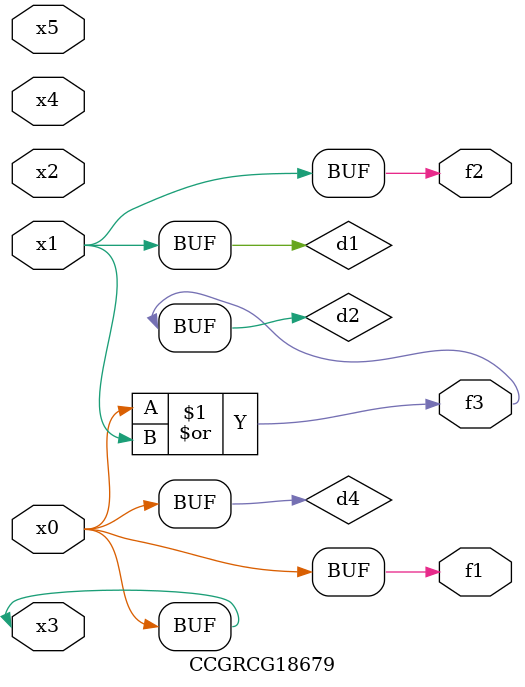
<source format=v>
module CCGRCG18679(
	input x0, x1, x2, x3, x4, x5,
	output f1, f2, f3
);

	wire d1, d2, d3, d4;

	and (d1, x1);
	or (d2, x0, x1);
	nand (d3, x0, x5);
	buf (d4, x0, x3);
	assign f1 = d4;
	assign f2 = d1;
	assign f3 = d2;
endmodule

</source>
